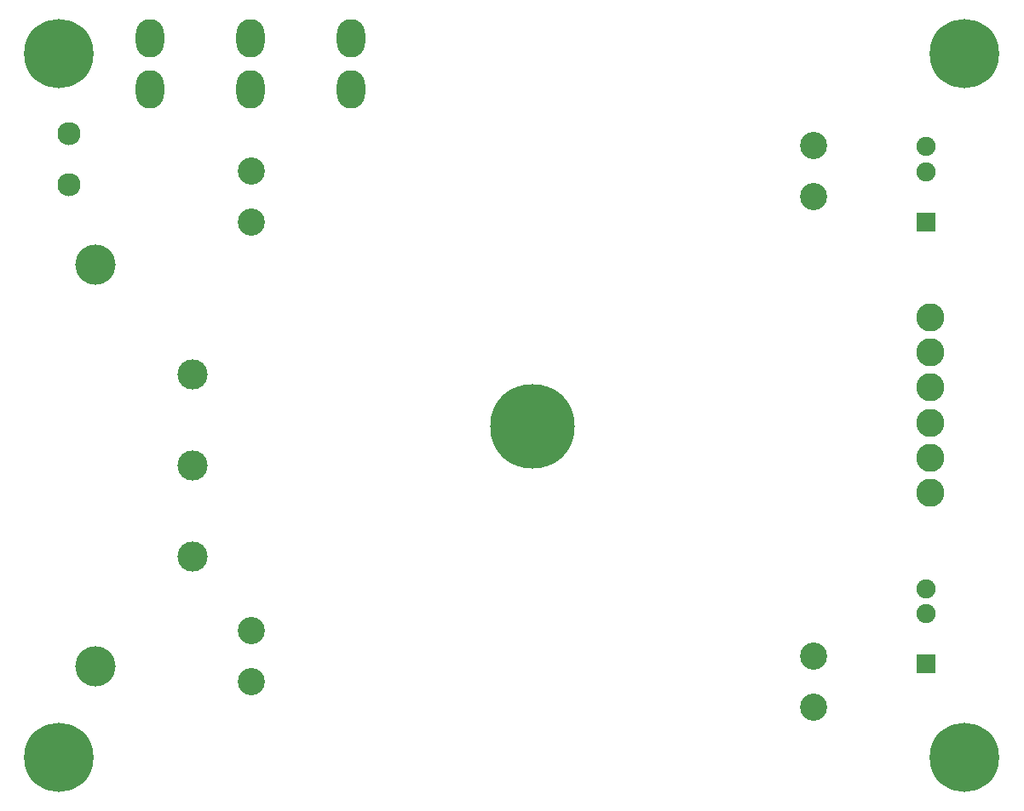
<source format=gbs>
G04 #@! TF.FileFunction,Soldermask,Bot*
%FSLAX46Y46*%
G04 Gerber Fmt 4.6, Leading zero omitted, Abs format (unit mm)*
G04 Created by KiCad (PCBNEW 4.0.2-stable) date Monday, August 15, 2016 'AMt' 09:37:36 AM*
%MOMM*%
G01*
G04 APERTURE LIST*
%ADD10C,0.100000*%
%ADD11C,8.400000*%
%ADD12C,2.700000*%
%ADD13C,1.900000*%
%ADD14R,1.900000X1.900000*%
%ADD15O,2.800000X3.800000*%
%ADD16C,3.000000*%
%ADD17C,4.000000*%
%ADD18C,2.300000*%
%ADD19C,6.900000*%
%ADD20C,2.800000*%
G04 APERTURE END LIST*
D10*
D11*
X153540000Y-98600000D03*
D12*
X125600000Y-78280000D03*
X125600000Y-73200000D03*
X125600000Y-118920000D03*
X125600000Y-124000000D03*
X181480000Y-70660000D03*
X181480000Y-75740000D03*
X181480000Y-126540000D03*
X181480000Y-121460000D03*
D13*
X192700000Y-70750000D03*
D14*
X192700000Y-78250000D03*
D13*
X192700000Y-73250000D03*
D15*
X135500000Y-65040000D03*
X135500000Y-59960000D03*
X125500000Y-65040000D03*
X125500000Y-59960000D03*
X115500000Y-65040000D03*
X115500000Y-59960000D03*
D16*
X119800000Y-93450000D03*
X119800000Y-102500000D03*
X119800000Y-111550000D03*
D17*
X110100000Y-82500000D03*
X110100000Y-122500000D03*
D18*
X107500000Y-74540000D03*
X107500000Y-69460000D03*
D19*
X106500000Y-131500000D03*
X196500000Y-131500000D03*
X106500000Y-61500000D03*
X196500000Y-61500000D03*
D20*
X193100000Y-101750000D03*
X193100000Y-105250000D03*
X193100000Y-98250000D03*
X193100000Y-94750000D03*
X193100000Y-91250000D03*
X193100000Y-87750000D03*
D13*
X192700000Y-114750000D03*
D14*
X192700000Y-122250000D03*
D13*
X192700000Y-117250000D03*
M02*

</source>
